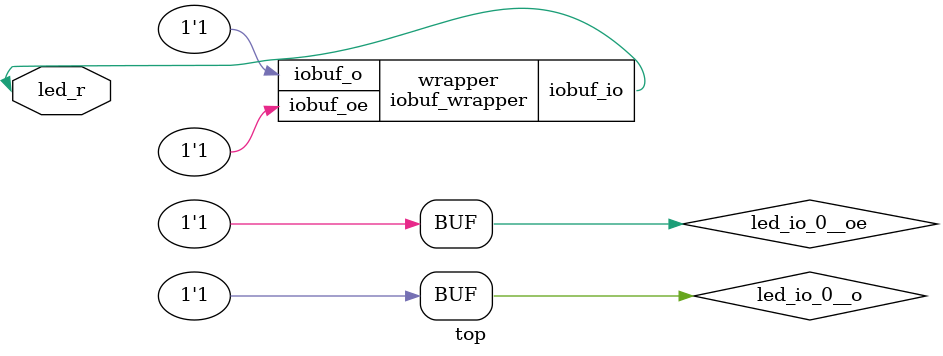
<source format=v>


// module pin_led_io_0(led_io_0__oe, led_io_0__io, led_io_0__o);
//   wire \$1 ;
//   wire led_io_0__i;
//   inout led_io_0__io;
//   input led_io_0__o;
//   input led_io_0__oe;
//   assign \$1  = ~ led_io_0__oe;
//   IOBUF led_io_0_0 (
//     .I(led_io_0__o),
//     .IO(led_io_0__io),
//     .O(led_io_0__i),
//     .OEN(\$1 )
//   );
// endmodule


// module top(rgb_r);
//   inout rgb_r;
//   wire pin_led_io_0_led_io_0__o;
//   wire pin_led_io_0_led_io_0__oe;
//   pin_led_io_0 pin_led_io_0 (
//     .led_io_0__io(rgb_r),
//     .led_io_0__o(pin_led_io_0_led_io_0__o),
//     .led_io_0__oe(pin_led_io_0_led_io_0__oe)
//   );
//   assign pin_led_io_0_led_io_0__oe = 1'h1;
//   assign pin_led_io_0_led_io_0__o = 1'h1;
// endmodule

// However this works

module iobuf_wrapper(iobuf_o, iobuf_io, iobuf_oe);
    wire iobuf_i ;
    inout iobuf_io ;
    input iobuf_o ;
    input iobuf_oe ;

    IOBUF led_io_0_0 (
        .O(iobuf_o),
        .IO(iobuf_io),
        .I(iobuf_i),
        .OEN(iobuf_oe)
    );

endmodule

module top(
    led_r
);
    inout led_r;

    wire led_io_0__o;  //  = 1'b0;
    wire led_io_0__oe; //  = 1'b0;

    iobuf_wrapper wrapper (
        .iobuf_o(led_io_0__o),
        .iobuf_io(led_r),
        .iobuf_oe(led_io_0__oe)
    );

    assign led_io_0__o  = 1'h1;
    assign led_io_0__oe = 1'h1;

endmodule

</source>
